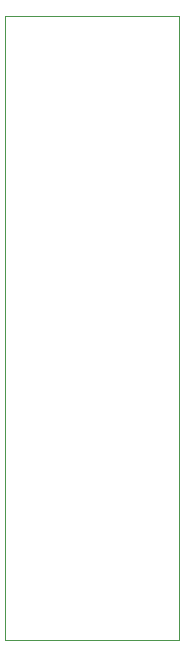
<source format=gbr>
%TF.GenerationSoftware,KiCad,Pcbnew,(6.0.4)*%
%TF.CreationDate,2022-04-17T12:33:45-05:00*%
%TF.ProjectId,40p-ide-to-44p-dom,3430702d-6964-4652-9d74-6f2d3434702d,rev?*%
%TF.SameCoordinates,Original*%
%TF.FileFunction,Profile,NP*%
%FSLAX46Y46*%
G04 Gerber Fmt 4.6, Leading zero omitted, Abs format (unit mm)*
G04 Created by KiCad (PCBNEW (6.0.4)) date 2022-04-17 12:33:45*
%MOMM*%
%LPD*%
G01*
G04 APERTURE LIST*
%TA.AperFunction,Profile*%
%ADD10C,0.100000*%
%TD*%
G04 APERTURE END LIST*
D10*
X152654000Y-60960000D02*
X152400000Y-60960000D01*
X165608000Y-60960000D02*
X152654000Y-60960000D01*
X152654000Y-113792000D02*
X165608000Y-113792000D01*
X151892000Y-113792000D02*
X152146000Y-113792000D01*
X166370000Y-60960000D02*
X166370000Y-113792000D01*
X165862000Y-113792000D02*
X165608000Y-113792000D01*
X166370000Y-113792000D02*
X165862000Y-113792000D01*
X151892000Y-113792000D02*
X151638000Y-113792000D01*
X151638000Y-60960000D02*
X151892000Y-60960000D01*
X152400000Y-113792000D02*
X152146000Y-113792000D01*
X151892000Y-60960000D02*
X152400000Y-60960000D01*
X165862000Y-60960000D02*
X166370000Y-60960000D01*
X152654000Y-113792000D02*
X152400000Y-113792000D01*
X165862000Y-60960000D02*
X165608000Y-60960000D01*
X151638000Y-113792000D02*
X151638000Y-60960000D01*
M02*

</source>
